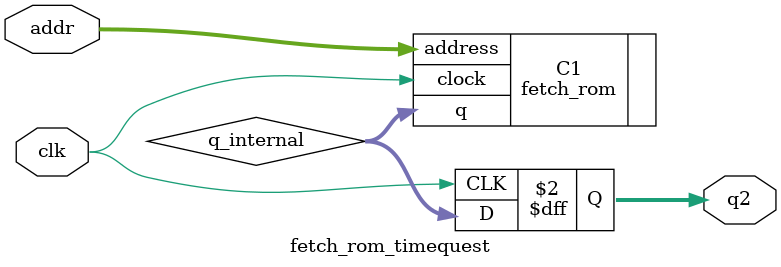
<source format=v>
module fetch_rom_timequest(
	input[7:0] addr,
	input clk,
	output reg[14:0] q2
);
	wire[14:0] q_internal;
	
	fetch_rom C1(
		.address(addr),
		.clock(clk),
		.q(q_internal)
	);
	
	always @(posedge clk) begin
		q2 <= q_internal;
	end
endmodule
</source>
